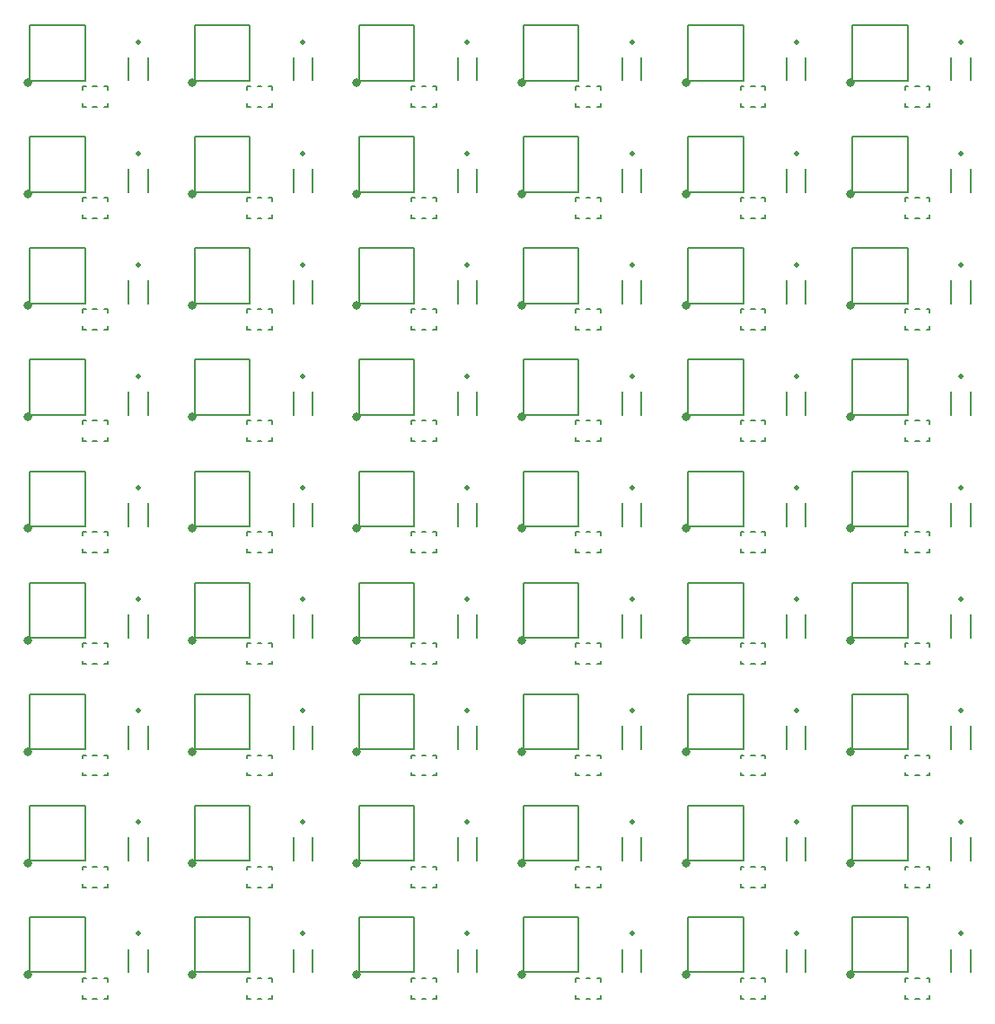
<source format=gto>
G75*
%MOIN*%
%OFA0B0*%
%FSLAX25Y25*%
%IPPOS*%
%LPD*%
%AMOC8*
5,1,8,0,0,1.08239X$1,22.5*
%
%ADD10C,0.00800*%
%ADD11C,0.03150*%
%ADD12C,0.02000*%
D10*
X0041689Y0044102D02*
X0041689Y0064587D01*
X0062174Y0064587D01*
X0062174Y0044102D01*
X0041689Y0044102D01*
X0061152Y0042018D02*
X0061152Y0040758D01*
X0061152Y0042018D02*
X0062411Y0042018D01*
X0065010Y0042018D02*
X0066506Y0042018D01*
X0069104Y0042018D02*
X0070364Y0042018D01*
X0070364Y0040758D01*
X0070364Y0035640D02*
X0070364Y0034380D01*
X0069104Y0034380D01*
X0066506Y0034380D02*
X0065010Y0034380D01*
X0062411Y0034380D02*
X0061152Y0034380D01*
X0061152Y0035640D01*
X0078350Y0044136D02*
X0078350Y0052734D01*
X0085449Y0052734D02*
X0085449Y0044136D01*
X0102744Y0044102D02*
X0102744Y0064587D01*
X0123229Y0064587D01*
X0123229Y0044102D01*
X0102744Y0044102D01*
X0122207Y0042018D02*
X0122207Y0040758D01*
X0122207Y0042018D02*
X0123467Y0042018D01*
X0126065Y0042018D02*
X0127561Y0042018D01*
X0130159Y0042018D02*
X0131419Y0042018D01*
X0131419Y0040758D01*
X0131419Y0035640D02*
X0131419Y0034380D01*
X0130159Y0034380D01*
X0127561Y0034380D02*
X0126065Y0034380D01*
X0123467Y0034380D02*
X0122207Y0034380D01*
X0122207Y0035640D01*
X0139405Y0044136D02*
X0139405Y0052734D01*
X0146504Y0052734D02*
X0146504Y0044136D01*
X0163799Y0044102D02*
X0163799Y0064587D01*
X0184284Y0064587D01*
X0184284Y0044102D01*
X0163799Y0044102D01*
X0183262Y0042018D02*
X0183262Y0040758D01*
X0183262Y0042018D02*
X0184522Y0042018D01*
X0187120Y0042018D02*
X0188616Y0042018D01*
X0191215Y0042018D02*
X0192474Y0042018D01*
X0192474Y0040758D01*
X0192474Y0035640D02*
X0192474Y0034380D01*
X0191215Y0034380D01*
X0188616Y0034380D02*
X0187120Y0034380D01*
X0184522Y0034380D02*
X0183262Y0034380D01*
X0183262Y0035640D01*
X0200460Y0044136D02*
X0200460Y0052734D01*
X0207559Y0052734D02*
X0207559Y0044136D01*
X0224854Y0044102D02*
X0224854Y0064587D01*
X0245339Y0064587D01*
X0245339Y0044102D01*
X0224854Y0044102D01*
X0244317Y0042018D02*
X0244317Y0040758D01*
X0244317Y0042018D02*
X0245577Y0042018D01*
X0248175Y0042018D02*
X0249671Y0042018D01*
X0252270Y0042018D02*
X0253530Y0042018D01*
X0253530Y0040758D01*
X0253530Y0035640D02*
X0253530Y0034380D01*
X0252270Y0034380D01*
X0249671Y0034380D02*
X0248175Y0034380D01*
X0245577Y0034380D02*
X0244317Y0034380D01*
X0244317Y0035640D01*
X0261515Y0044136D02*
X0261515Y0052734D01*
X0268615Y0052734D02*
X0268615Y0044136D01*
X0285909Y0044102D02*
X0285909Y0064587D01*
X0306394Y0064587D01*
X0306394Y0044102D01*
X0285909Y0044102D01*
X0305372Y0042018D02*
X0305372Y0040758D01*
X0305372Y0042018D02*
X0306632Y0042018D01*
X0309230Y0042018D02*
X0310726Y0042018D01*
X0313325Y0042018D02*
X0314585Y0042018D01*
X0314585Y0040758D01*
X0314585Y0035640D02*
X0314585Y0034380D01*
X0313325Y0034380D01*
X0310726Y0034380D02*
X0309230Y0034380D01*
X0306632Y0034380D02*
X0305372Y0034380D01*
X0305372Y0035640D01*
X0322570Y0044136D02*
X0322570Y0052734D01*
X0329670Y0052734D02*
X0329670Y0044136D01*
X0346964Y0044102D02*
X0346964Y0064587D01*
X0367449Y0064587D01*
X0367449Y0044102D01*
X0346964Y0044102D01*
X0366427Y0042018D02*
X0366427Y0040758D01*
X0366427Y0042018D02*
X0367687Y0042018D01*
X0370285Y0042018D02*
X0371782Y0042018D01*
X0374380Y0042018D02*
X0375640Y0042018D01*
X0375640Y0040758D01*
X0375640Y0035640D02*
X0375640Y0034380D01*
X0374380Y0034380D01*
X0371782Y0034380D02*
X0370285Y0034380D01*
X0367687Y0034380D02*
X0366427Y0034380D01*
X0366427Y0035640D01*
X0383626Y0044136D02*
X0383626Y0052734D01*
X0390725Y0052734D02*
X0390725Y0044136D01*
X0375640Y0075750D02*
X0375640Y0077010D01*
X0375640Y0075750D02*
X0374380Y0075750D01*
X0371782Y0075750D02*
X0370285Y0075750D01*
X0367687Y0075750D02*
X0366427Y0075750D01*
X0366427Y0077010D01*
X0366427Y0082128D02*
X0366427Y0083388D01*
X0367687Y0083388D01*
X0367449Y0085472D02*
X0367449Y0105957D01*
X0346964Y0105957D01*
X0346964Y0085472D01*
X0367449Y0085472D01*
X0370285Y0083388D02*
X0371782Y0083388D01*
X0374380Y0083388D02*
X0375640Y0083388D01*
X0375640Y0082128D01*
X0383626Y0085506D02*
X0383626Y0094104D01*
X0390725Y0094104D02*
X0390725Y0085506D01*
X0375640Y0117120D02*
X0375640Y0118380D01*
X0375640Y0117120D02*
X0374380Y0117120D01*
X0371782Y0117120D02*
X0370285Y0117120D01*
X0367687Y0117120D02*
X0366427Y0117120D01*
X0366427Y0118380D01*
X0366427Y0123498D02*
X0366427Y0124758D01*
X0367687Y0124758D01*
X0367449Y0126842D02*
X0367449Y0147327D01*
X0346964Y0147327D01*
X0346964Y0126842D01*
X0367449Y0126842D01*
X0370285Y0124758D02*
X0371782Y0124758D01*
X0374380Y0124758D02*
X0375640Y0124758D01*
X0375640Y0123498D01*
X0383626Y0126876D02*
X0383626Y0135474D01*
X0390725Y0135474D02*
X0390725Y0126876D01*
X0375640Y0158490D02*
X0375640Y0159750D01*
X0375640Y0158490D02*
X0374380Y0158490D01*
X0371782Y0158490D02*
X0370285Y0158490D01*
X0367687Y0158490D02*
X0366427Y0158490D01*
X0366427Y0159750D01*
X0366427Y0164868D02*
X0366427Y0166128D01*
X0367687Y0166128D01*
X0367449Y0168212D02*
X0367449Y0188697D01*
X0346964Y0188697D01*
X0346964Y0168212D01*
X0367449Y0168212D01*
X0370285Y0166128D02*
X0371782Y0166128D01*
X0374380Y0166128D02*
X0375640Y0166128D01*
X0375640Y0164868D01*
X0383626Y0168246D02*
X0383626Y0176844D01*
X0390725Y0176844D02*
X0390725Y0168246D01*
X0375640Y0199860D02*
X0375640Y0201120D01*
X0375640Y0199860D02*
X0374380Y0199860D01*
X0371782Y0199860D02*
X0370285Y0199860D01*
X0367687Y0199860D02*
X0366427Y0199860D01*
X0366427Y0201120D01*
X0366427Y0206238D02*
X0366427Y0207498D01*
X0367687Y0207498D01*
X0367449Y0209582D02*
X0367449Y0230067D01*
X0346964Y0230067D01*
X0346964Y0209582D01*
X0367449Y0209582D01*
X0370285Y0207498D02*
X0371782Y0207498D01*
X0374380Y0207498D02*
X0375640Y0207498D01*
X0375640Y0206238D01*
X0383626Y0209616D02*
X0383626Y0218215D01*
X0390725Y0218215D02*
X0390725Y0209616D01*
X0375640Y0241230D02*
X0375640Y0242490D01*
X0375640Y0241230D02*
X0374380Y0241230D01*
X0371782Y0241230D02*
X0370285Y0241230D01*
X0367687Y0241230D02*
X0366427Y0241230D01*
X0366427Y0242490D01*
X0366427Y0247608D02*
X0366427Y0248868D01*
X0367687Y0248868D01*
X0367449Y0250952D02*
X0367449Y0271437D01*
X0346964Y0271437D01*
X0346964Y0250952D01*
X0367449Y0250952D01*
X0370285Y0248868D02*
X0371782Y0248868D01*
X0374380Y0248868D02*
X0375640Y0248868D01*
X0375640Y0247608D01*
X0383626Y0250986D02*
X0383626Y0259585D01*
X0390725Y0259585D02*
X0390725Y0250986D01*
X0375640Y0282600D02*
X0375640Y0283860D01*
X0375640Y0282600D02*
X0374380Y0282600D01*
X0371782Y0282600D02*
X0370285Y0282600D01*
X0367687Y0282600D02*
X0366427Y0282600D01*
X0366427Y0283860D01*
X0366427Y0288978D02*
X0366427Y0290238D01*
X0367687Y0290238D01*
X0367449Y0292322D02*
X0367449Y0312808D01*
X0346964Y0312808D01*
X0346964Y0292322D01*
X0367449Y0292322D01*
X0370285Y0290238D02*
X0371782Y0290238D01*
X0374380Y0290238D02*
X0375640Y0290238D01*
X0375640Y0288978D01*
X0383626Y0292356D02*
X0383626Y0300955D01*
X0390725Y0300955D02*
X0390725Y0292356D01*
X0375640Y0323971D02*
X0375640Y0325230D01*
X0375640Y0323971D02*
X0374380Y0323971D01*
X0371782Y0323971D02*
X0370285Y0323971D01*
X0367687Y0323971D02*
X0366427Y0323971D01*
X0366427Y0325230D01*
X0366427Y0330348D02*
X0366427Y0331608D01*
X0367687Y0331608D01*
X0367449Y0333693D02*
X0367449Y0354178D01*
X0346964Y0354178D01*
X0346964Y0333693D01*
X0367449Y0333693D01*
X0370285Y0331608D02*
X0371782Y0331608D01*
X0374380Y0331608D02*
X0375640Y0331608D01*
X0375640Y0330348D01*
X0383626Y0333726D02*
X0383626Y0342325D01*
X0390725Y0342325D02*
X0390725Y0333726D01*
X0375640Y0365341D02*
X0375640Y0366600D01*
X0375640Y0365341D02*
X0374380Y0365341D01*
X0371782Y0365341D02*
X0370285Y0365341D01*
X0367687Y0365341D02*
X0366427Y0365341D01*
X0366427Y0366600D01*
X0366427Y0371718D02*
X0366427Y0372978D01*
X0367687Y0372978D01*
X0367449Y0375063D02*
X0367449Y0395548D01*
X0346964Y0395548D01*
X0346964Y0375063D01*
X0367449Y0375063D01*
X0370285Y0372978D02*
X0371782Y0372978D01*
X0374380Y0372978D02*
X0375640Y0372978D01*
X0375640Y0371718D01*
X0383626Y0375096D02*
X0383626Y0383695D01*
X0390725Y0383695D02*
X0390725Y0375096D01*
X0329670Y0375096D02*
X0329670Y0383695D01*
X0322570Y0383695D02*
X0322570Y0375096D01*
X0314585Y0372978D02*
X0313325Y0372978D01*
X0314585Y0372978D02*
X0314585Y0371718D01*
X0310726Y0372978D02*
X0309230Y0372978D01*
X0306632Y0372978D02*
X0305372Y0372978D01*
X0305372Y0371718D01*
X0306394Y0375063D02*
X0306394Y0395548D01*
X0285909Y0395548D01*
X0285909Y0375063D01*
X0306394Y0375063D01*
X0305372Y0366600D02*
X0305372Y0365341D01*
X0306632Y0365341D01*
X0309230Y0365341D02*
X0310726Y0365341D01*
X0313325Y0365341D02*
X0314585Y0365341D01*
X0314585Y0366600D01*
X0306394Y0354178D02*
X0306394Y0333693D01*
X0285909Y0333693D01*
X0285909Y0354178D01*
X0306394Y0354178D01*
X0322570Y0342325D02*
X0322570Y0333726D01*
X0329670Y0333726D02*
X0329670Y0342325D01*
X0314585Y0331608D02*
X0313325Y0331608D01*
X0314585Y0331608D02*
X0314585Y0330348D01*
X0310726Y0331608D02*
X0309230Y0331608D01*
X0306632Y0331608D02*
X0305372Y0331608D01*
X0305372Y0330348D01*
X0305372Y0325230D02*
X0305372Y0323971D01*
X0306632Y0323971D01*
X0309230Y0323971D02*
X0310726Y0323971D01*
X0313325Y0323971D02*
X0314585Y0323971D01*
X0314585Y0325230D01*
X0306394Y0312808D02*
X0306394Y0292322D01*
X0285909Y0292322D01*
X0285909Y0312808D01*
X0306394Y0312808D01*
X0322570Y0300955D02*
X0322570Y0292356D01*
X0329670Y0292356D02*
X0329670Y0300955D01*
X0314585Y0290238D02*
X0314585Y0288978D01*
X0314585Y0290238D02*
X0313325Y0290238D01*
X0310726Y0290238D02*
X0309230Y0290238D01*
X0306632Y0290238D02*
X0305372Y0290238D01*
X0305372Y0288978D01*
X0305372Y0283860D02*
X0305372Y0282600D01*
X0306632Y0282600D01*
X0309230Y0282600D02*
X0310726Y0282600D01*
X0313325Y0282600D02*
X0314585Y0282600D01*
X0314585Y0283860D01*
X0306394Y0271437D02*
X0306394Y0250952D01*
X0285909Y0250952D01*
X0285909Y0271437D01*
X0306394Y0271437D01*
X0322570Y0259585D02*
X0322570Y0250986D01*
X0329670Y0250986D02*
X0329670Y0259585D01*
X0314585Y0248868D02*
X0314585Y0247608D01*
X0314585Y0248868D02*
X0313325Y0248868D01*
X0310726Y0248868D02*
X0309230Y0248868D01*
X0306632Y0248868D02*
X0305372Y0248868D01*
X0305372Y0247608D01*
X0305372Y0242490D02*
X0305372Y0241230D01*
X0306632Y0241230D01*
X0309230Y0241230D02*
X0310726Y0241230D01*
X0313325Y0241230D02*
X0314585Y0241230D01*
X0314585Y0242490D01*
X0306394Y0230067D02*
X0306394Y0209582D01*
X0285909Y0209582D01*
X0285909Y0230067D01*
X0306394Y0230067D01*
X0322570Y0218215D02*
X0322570Y0209616D01*
X0329670Y0209616D02*
X0329670Y0218215D01*
X0314585Y0207498D02*
X0313325Y0207498D01*
X0314585Y0207498D02*
X0314585Y0206238D01*
X0310726Y0207498D02*
X0309230Y0207498D01*
X0306632Y0207498D02*
X0305372Y0207498D01*
X0305372Y0206238D01*
X0305372Y0201120D02*
X0305372Y0199860D01*
X0306632Y0199860D01*
X0309230Y0199860D02*
X0310726Y0199860D01*
X0313325Y0199860D02*
X0314585Y0199860D01*
X0314585Y0201120D01*
X0306394Y0188697D02*
X0306394Y0168212D01*
X0285909Y0168212D01*
X0285909Y0188697D01*
X0306394Y0188697D01*
X0322570Y0176844D02*
X0322570Y0168246D01*
X0329670Y0168246D02*
X0329670Y0176844D01*
X0314585Y0166128D02*
X0313325Y0166128D01*
X0314585Y0166128D02*
X0314585Y0164868D01*
X0310726Y0166128D02*
X0309230Y0166128D01*
X0306632Y0166128D02*
X0305372Y0166128D01*
X0305372Y0164868D01*
X0305372Y0159750D02*
X0305372Y0158490D01*
X0306632Y0158490D01*
X0309230Y0158490D02*
X0310726Y0158490D01*
X0313325Y0158490D02*
X0314585Y0158490D01*
X0314585Y0159750D01*
X0306394Y0147327D02*
X0306394Y0126842D01*
X0285909Y0126842D01*
X0285909Y0147327D01*
X0306394Y0147327D01*
X0322570Y0135474D02*
X0322570Y0126876D01*
X0329670Y0126876D02*
X0329670Y0135474D01*
X0314585Y0124758D02*
X0313325Y0124758D01*
X0314585Y0124758D02*
X0314585Y0123498D01*
X0310726Y0124758D02*
X0309230Y0124758D01*
X0306632Y0124758D02*
X0305372Y0124758D01*
X0305372Y0123498D01*
X0305372Y0118380D02*
X0305372Y0117120D01*
X0306632Y0117120D01*
X0309230Y0117120D02*
X0310726Y0117120D01*
X0313325Y0117120D02*
X0314585Y0117120D01*
X0314585Y0118380D01*
X0306394Y0105957D02*
X0306394Y0085472D01*
X0285909Y0085472D01*
X0285909Y0105957D01*
X0306394Y0105957D01*
X0322570Y0094104D02*
X0322570Y0085506D01*
X0329670Y0085506D02*
X0329670Y0094104D01*
X0314585Y0083388D02*
X0313325Y0083388D01*
X0314585Y0083388D02*
X0314585Y0082128D01*
X0310726Y0083388D02*
X0309230Y0083388D01*
X0306632Y0083388D02*
X0305372Y0083388D01*
X0305372Y0082128D01*
X0305372Y0077010D02*
X0305372Y0075750D01*
X0306632Y0075750D01*
X0309230Y0075750D02*
X0310726Y0075750D01*
X0313325Y0075750D02*
X0314585Y0075750D01*
X0314585Y0077010D01*
X0268615Y0085506D02*
X0268615Y0094104D01*
X0261515Y0094104D02*
X0261515Y0085506D01*
X0253530Y0083388D02*
X0252270Y0083388D01*
X0253530Y0083388D02*
X0253530Y0082128D01*
X0249671Y0083388D02*
X0248175Y0083388D01*
X0245577Y0083388D02*
X0244317Y0083388D01*
X0244317Y0082128D01*
X0245339Y0085472D02*
X0245339Y0105957D01*
X0224854Y0105957D01*
X0224854Y0085472D01*
X0245339Y0085472D01*
X0244317Y0077010D02*
X0244317Y0075750D01*
X0245577Y0075750D01*
X0248175Y0075750D02*
X0249671Y0075750D01*
X0252270Y0075750D02*
X0253530Y0075750D01*
X0253530Y0077010D01*
X0253530Y0117120D02*
X0252270Y0117120D01*
X0253530Y0117120D02*
X0253530Y0118380D01*
X0249671Y0117120D02*
X0248175Y0117120D01*
X0245577Y0117120D02*
X0244317Y0117120D01*
X0244317Y0118380D01*
X0244317Y0123498D02*
X0244317Y0124758D01*
X0245577Y0124758D01*
X0245339Y0126842D02*
X0245339Y0147327D01*
X0224854Y0147327D01*
X0224854Y0126842D01*
X0245339Y0126842D01*
X0248175Y0124758D02*
X0249671Y0124758D01*
X0252270Y0124758D02*
X0253530Y0124758D01*
X0253530Y0123498D01*
X0261515Y0126876D02*
X0261515Y0135474D01*
X0268615Y0135474D02*
X0268615Y0126876D01*
X0253530Y0158490D02*
X0252270Y0158490D01*
X0253530Y0158490D02*
X0253530Y0159750D01*
X0249671Y0158490D02*
X0248175Y0158490D01*
X0245577Y0158490D02*
X0244317Y0158490D01*
X0244317Y0159750D01*
X0244317Y0164868D02*
X0244317Y0166128D01*
X0245577Y0166128D01*
X0245339Y0168212D02*
X0245339Y0188697D01*
X0224854Y0188697D01*
X0224854Y0168212D01*
X0245339Y0168212D01*
X0248175Y0166128D02*
X0249671Y0166128D01*
X0252270Y0166128D02*
X0253530Y0166128D01*
X0253530Y0164868D01*
X0261515Y0168246D02*
X0261515Y0176844D01*
X0268615Y0176844D02*
X0268615Y0168246D01*
X0253530Y0199860D02*
X0252270Y0199860D01*
X0253530Y0199860D02*
X0253530Y0201120D01*
X0249671Y0199860D02*
X0248175Y0199860D01*
X0245577Y0199860D02*
X0244317Y0199860D01*
X0244317Y0201120D01*
X0244317Y0206238D02*
X0244317Y0207498D01*
X0245577Y0207498D01*
X0245339Y0209582D02*
X0245339Y0230067D01*
X0224854Y0230067D01*
X0224854Y0209582D01*
X0245339Y0209582D01*
X0248175Y0207498D02*
X0249671Y0207498D01*
X0252270Y0207498D02*
X0253530Y0207498D01*
X0253530Y0206238D01*
X0261515Y0209616D02*
X0261515Y0218215D01*
X0268615Y0218215D02*
X0268615Y0209616D01*
X0253530Y0241230D02*
X0252270Y0241230D01*
X0253530Y0241230D02*
X0253530Y0242490D01*
X0249671Y0241230D02*
X0248175Y0241230D01*
X0245577Y0241230D02*
X0244317Y0241230D01*
X0244317Y0242490D01*
X0244317Y0247608D02*
X0244317Y0248868D01*
X0245577Y0248868D01*
X0245339Y0250952D02*
X0245339Y0271437D01*
X0224854Y0271437D01*
X0224854Y0250952D01*
X0245339Y0250952D01*
X0248175Y0248868D02*
X0249671Y0248868D01*
X0252270Y0248868D02*
X0253530Y0248868D01*
X0253530Y0247608D01*
X0261515Y0250986D02*
X0261515Y0259585D01*
X0268615Y0259585D02*
X0268615Y0250986D01*
X0253530Y0282600D02*
X0252270Y0282600D01*
X0253530Y0282600D02*
X0253530Y0283860D01*
X0249671Y0282600D02*
X0248175Y0282600D01*
X0245577Y0282600D02*
X0244317Y0282600D01*
X0244317Y0283860D01*
X0244317Y0288978D02*
X0244317Y0290238D01*
X0245577Y0290238D01*
X0245339Y0292322D02*
X0245339Y0312808D01*
X0224854Y0312808D01*
X0224854Y0292322D01*
X0245339Y0292322D01*
X0248175Y0290238D02*
X0249671Y0290238D01*
X0252270Y0290238D02*
X0253530Y0290238D01*
X0253530Y0288978D01*
X0261515Y0292356D02*
X0261515Y0300955D01*
X0268615Y0300955D02*
X0268615Y0292356D01*
X0253530Y0323971D02*
X0252270Y0323971D01*
X0253530Y0323971D02*
X0253530Y0325230D01*
X0249671Y0323971D02*
X0248175Y0323971D01*
X0245577Y0323971D02*
X0244317Y0323971D01*
X0244317Y0325230D01*
X0244317Y0330348D02*
X0244317Y0331608D01*
X0245577Y0331608D01*
X0245339Y0333693D02*
X0245339Y0354178D01*
X0224854Y0354178D01*
X0224854Y0333693D01*
X0245339Y0333693D01*
X0248175Y0331608D02*
X0249671Y0331608D01*
X0252270Y0331608D02*
X0253530Y0331608D01*
X0253530Y0330348D01*
X0261515Y0333726D02*
X0261515Y0342325D01*
X0268615Y0342325D02*
X0268615Y0333726D01*
X0253530Y0365341D02*
X0252270Y0365341D01*
X0253530Y0365341D02*
X0253530Y0366600D01*
X0249671Y0365341D02*
X0248175Y0365341D01*
X0245577Y0365341D02*
X0244317Y0365341D01*
X0244317Y0366600D01*
X0244317Y0371718D02*
X0244317Y0372978D01*
X0245577Y0372978D01*
X0245339Y0375063D02*
X0245339Y0395548D01*
X0224854Y0395548D01*
X0224854Y0375063D01*
X0245339Y0375063D01*
X0248175Y0372978D02*
X0249671Y0372978D01*
X0252270Y0372978D02*
X0253530Y0372978D01*
X0253530Y0371718D01*
X0261515Y0375096D02*
X0261515Y0383695D01*
X0268615Y0383695D02*
X0268615Y0375096D01*
X0207559Y0375096D02*
X0207559Y0383695D01*
X0200460Y0383695D02*
X0200460Y0375096D01*
X0192474Y0372978D02*
X0191215Y0372978D01*
X0192474Y0372978D02*
X0192474Y0371718D01*
X0188616Y0372978D02*
X0187120Y0372978D01*
X0184522Y0372978D02*
X0183262Y0372978D01*
X0183262Y0371718D01*
X0184284Y0375063D02*
X0184284Y0395548D01*
X0163799Y0395548D01*
X0163799Y0375063D01*
X0184284Y0375063D01*
X0183262Y0366600D02*
X0183262Y0365341D01*
X0184522Y0365341D01*
X0187120Y0365341D02*
X0188616Y0365341D01*
X0191215Y0365341D02*
X0192474Y0365341D01*
X0192474Y0366600D01*
X0184284Y0354178D02*
X0184284Y0333693D01*
X0163799Y0333693D01*
X0163799Y0354178D01*
X0184284Y0354178D01*
X0200460Y0342325D02*
X0200460Y0333726D01*
X0207559Y0333726D02*
X0207559Y0342325D01*
X0192474Y0331608D02*
X0191215Y0331608D01*
X0192474Y0331608D02*
X0192474Y0330348D01*
X0188616Y0331608D02*
X0187120Y0331608D01*
X0184522Y0331608D02*
X0183262Y0331608D01*
X0183262Y0330348D01*
X0183262Y0325230D02*
X0183262Y0323971D01*
X0184522Y0323971D01*
X0187120Y0323971D02*
X0188616Y0323971D01*
X0191215Y0323971D02*
X0192474Y0323971D01*
X0192474Y0325230D01*
X0184284Y0312808D02*
X0184284Y0292322D01*
X0163799Y0292322D01*
X0163799Y0312808D01*
X0184284Y0312808D01*
X0200460Y0300955D02*
X0200460Y0292356D01*
X0207559Y0292356D02*
X0207559Y0300955D01*
X0192474Y0290238D02*
X0192474Y0288978D01*
X0192474Y0290238D02*
X0191215Y0290238D01*
X0188616Y0290238D02*
X0187120Y0290238D01*
X0184522Y0290238D02*
X0183262Y0290238D01*
X0183262Y0288978D01*
X0183262Y0283860D02*
X0183262Y0282600D01*
X0184522Y0282600D01*
X0187120Y0282600D02*
X0188616Y0282600D01*
X0191215Y0282600D02*
X0192474Y0282600D01*
X0192474Y0283860D01*
X0184284Y0271437D02*
X0184284Y0250952D01*
X0163799Y0250952D01*
X0163799Y0271437D01*
X0184284Y0271437D01*
X0200460Y0259585D02*
X0200460Y0250986D01*
X0207559Y0250986D02*
X0207559Y0259585D01*
X0192474Y0248868D02*
X0192474Y0247608D01*
X0192474Y0248868D02*
X0191215Y0248868D01*
X0188616Y0248868D02*
X0187120Y0248868D01*
X0184522Y0248868D02*
X0183262Y0248868D01*
X0183262Y0247608D01*
X0183262Y0242490D02*
X0183262Y0241230D01*
X0184522Y0241230D01*
X0187120Y0241230D02*
X0188616Y0241230D01*
X0191215Y0241230D02*
X0192474Y0241230D01*
X0192474Y0242490D01*
X0184284Y0230067D02*
X0184284Y0209582D01*
X0163799Y0209582D01*
X0163799Y0230067D01*
X0184284Y0230067D01*
X0200460Y0218215D02*
X0200460Y0209616D01*
X0207559Y0209616D02*
X0207559Y0218215D01*
X0192474Y0207498D02*
X0191215Y0207498D01*
X0192474Y0207498D02*
X0192474Y0206238D01*
X0188616Y0207498D02*
X0187120Y0207498D01*
X0184522Y0207498D02*
X0183262Y0207498D01*
X0183262Y0206238D01*
X0183262Y0201120D02*
X0183262Y0199860D01*
X0184522Y0199860D01*
X0187120Y0199860D02*
X0188616Y0199860D01*
X0191215Y0199860D02*
X0192474Y0199860D01*
X0192474Y0201120D01*
X0184284Y0188697D02*
X0184284Y0168212D01*
X0163799Y0168212D01*
X0163799Y0188697D01*
X0184284Y0188697D01*
X0200460Y0176844D02*
X0200460Y0168246D01*
X0207559Y0168246D02*
X0207559Y0176844D01*
X0192474Y0166128D02*
X0191215Y0166128D01*
X0192474Y0166128D02*
X0192474Y0164868D01*
X0188616Y0166128D02*
X0187120Y0166128D01*
X0184522Y0166128D02*
X0183262Y0166128D01*
X0183262Y0164868D01*
X0183262Y0159750D02*
X0183262Y0158490D01*
X0184522Y0158490D01*
X0187120Y0158490D02*
X0188616Y0158490D01*
X0191215Y0158490D02*
X0192474Y0158490D01*
X0192474Y0159750D01*
X0184284Y0147327D02*
X0184284Y0126842D01*
X0163799Y0126842D01*
X0163799Y0147327D01*
X0184284Y0147327D01*
X0200460Y0135474D02*
X0200460Y0126876D01*
X0207559Y0126876D02*
X0207559Y0135474D01*
X0192474Y0124758D02*
X0191215Y0124758D01*
X0192474Y0124758D02*
X0192474Y0123498D01*
X0188616Y0124758D02*
X0187120Y0124758D01*
X0184522Y0124758D02*
X0183262Y0124758D01*
X0183262Y0123498D01*
X0183262Y0118380D02*
X0183262Y0117120D01*
X0184522Y0117120D01*
X0187120Y0117120D02*
X0188616Y0117120D01*
X0191215Y0117120D02*
X0192474Y0117120D01*
X0192474Y0118380D01*
X0184284Y0105957D02*
X0184284Y0085472D01*
X0163799Y0085472D01*
X0163799Y0105957D01*
X0184284Y0105957D01*
X0200460Y0094104D02*
X0200460Y0085506D01*
X0207559Y0085506D02*
X0207559Y0094104D01*
X0192474Y0083388D02*
X0191215Y0083388D01*
X0192474Y0083388D02*
X0192474Y0082128D01*
X0188616Y0083388D02*
X0187120Y0083388D01*
X0184522Y0083388D02*
X0183262Y0083388D01*
X0183262Y0082128D01*
X0183262Y0077010D02*
X0183262Y0075750D01*
X0184522Y0075750D01*
X0187120Y0075750D02*
X0188616Y0075750D01*
X0191215Y0075750D02*
X0192474Y0075750D01*
X0192474Y0077010D01*
X0146504Y0085506D02*
X0146504Y0094104D01*
X0139405Y0094104D02*
X0139405Y0085506D01*
X0131419Y0083388D02*
X0130159Y0083388D01*
X0131419Y0083388D02*
X0131419Y0082128D01*
X0127561Y0083388D02*
X0126065Y0083388D01*
X0123467Y0083388D02*
X0122207Y0083388D01*
X0122207Y0082128D01*
X0123229Y0085472D02*
X0123229Y0105957D01*
X0102744Y0105957D01*
X0102744Y0085472D01*
X0123229Y0085472D01*
X0122207Y0077010D02*
X0122207Y0075750D01*
X0123467Y0075750D01*
X0126065Y0075750D02*
X0127561Y0075750D01*
X0130159Y0075750D02*
X0131419Y0075750D01*
X0131419Y0077010D01*
X0131419Y0117120D02*
X0131419Y0118380D01*
X0131419Y0117120D02*
X0130159Y0117120D01*
X0127561Y0117120D02*
X0126065Y0117120D01*
X0123467Y0117120D02*
X0122207Y0117120D01*
X0122207Y0118380D01*
X0122207Y0123498D02*
X0122207Y0124758D01*
X0123467Y0124758D01*
X0123229Y0126842D02*
X0123229Y0147327D01*
X0102744Y0147327D01*
X0102744Y0126842D01*
X0123229Y0126842D01*
X0126065Y0124758D02*
X0127561Y0124758D01*
X0130159Y0124758D02*
X0131419Y0124758D01*
X0131419Y0123498D01*
X0139405Y0126876D02*
X0139405Y0135474D01*
X0146504Y0135474D02*
X0146504Y0126876D01*
X0131419Y0158490D02*
X0131419Y0159750D01*
X0131419Y0158490D02*
X0130159Y0158490D01*
X0127561Y0158490D02*
X0126065Y0158490D01*
X0123467Y0158490D02*
X0122207Y0158490D01*
X0122207Y0159750D01*
X0122207Y0164868D02*
X0122207Y0166128D01*
X0123467Y0166128D01*
X0123229Y0168212D02*
X0123229Y0188697D01*
X0102744Y0188697D01*
X0102744Y0168212D01*
X0123229Y0168212D01*
X0126065Y0166128D02*
X0127561Y0166128D01*
X0130159Y0166128D02*
X0131419Y0166128D01*
X0131419Y0164868D01*
X0139405Y0168246D02*
X0139405Y0176844D01*
X0146504Y0176844D02*
X0146504Y0168246D01*
X0131419Y0199860D02*
X0131419Y0201120D01*
X0131419Y0199860D02*
X0130159Y0199860D01*
X0127561Y0199860D02*
X0126065Y0199860D01*
X0123467Y0199860D02*
X0122207Y0199860D01*
X0122207Y0201120D01*
X0122207Y0206238D02*
X0122207Y0207498D01*
X0123467Y0207498D01*
X0123229Y0209582D02*
X0123229Y0230067D01*
X0102744Y0230067D01*
X0102744Y0209582D01*
X0123229Y0209582D01*
X0126065Y0207498D02*
X0127561Y0207498D01*
X0130159Y0207498D02*
X0131419Y0207498D01*
X0131419Y0206238D01*
X0139405Y0209616D02*
X0139405Y0218215D01*
X0146504Y0218215D02*
X0146504Y0209616D01*
X0131419Y0241230D02*
X0131419Y0242490D01*
X0131419Y0241230D02*
X0130159Y0241230D01*
X0127561Y0241230D02*
X0126065Y0241230D01*
X0123467Y0241230D02*
X0122207Y0241230D01*
X0122207Y0242490D01*
X0122207Y0247608D02*
X0122207Y0248868D01*
X0123467Y0248868D01*
X0123229Y0250952D02*
X0123229Y0271437D01*
X0102744Y0271437D01*
X0102744Y0250952D01*
X0123229Y0250952D01*
X0126065Y0248868D02*
X0127561Y0248868D01*
X0130159Y0248868D02*
X0131419Y0248868D01*
X0131419Y0247608D01*
X0139405Y0250986D02*
X0139405Y0259585D01*
X0146504Y0259585D02*
X0146504Y0250986D01*
X0131419Y0282600D02*
X0131419Y0283860D01*
X0131419Y0282600D02*
X0130159Y0282600D01*
X0127561Y0282600D02*
X0126065Y0282600D01*
X0123467Y0282600D02*
X0122207Y0282600D01*
X0122207Y0283860D01*
X0122207Y0288978D02*
X0122207Y0290238D01*
X0123467Y0290238D01*
X0123229Y0292322D02*
X0123229Y0312808D01*
X0102744Y0312808D01*
X0102744Y0292322D01*
X0123229Y0292322D01*
X0126065Y0290238D02*
X0127561Y0290238D01*
X0130159Y0290238D02*
X0131419Y0290238D01*
X0131419Y0288978D01*
X0139405Y0292356D02*
X0139405Y0300955D01*
X0146504Y0300955D02*
X0146504Y0292356D01*
X0131419Y0323971D02*
X0131419Y0325230D01*
X0131419Y0323971D02*
X0130159Y0323971D01*
X0127561Y0323971D02*
X0126065Y0323971D01*
X0123467Y0323971D02*
X0122207Y0323971D01*
X0122207Y0325230D01*
X0122207Y0330348D02*
X0122207Y0331608D01*
X0123467Y0331608D01*
X0123229Y0333693D02*
X0123229Y0354178D01*
X0102744Y0354178D01*
X0102744Y0333693D01*
X0123229Y0333693D01*
X0126065Y0331608D02*
X0127561Y0331608D01*
X0130159Y0331608D02*
X0131419Y0331608D01*
X0131419Y0330348D01*
X0139405Y0333726D02*
X0139405Y0342325D01*
X0146504Y0342325D02*
X0146504Y0333726D01*
X0131419Y0365341D02*
X0131419Y0366600D01*
X0131419Y0365341D02*
X0130159Y0365341D01*
X0127561Y0365341D02*
X0126065Y0365341D01*
X0123467Y0365341D02*
X0122207Y0365341D01*
X0122207Y0366600D01*
X0122207Y0371718D02*
X0122207Y0372978D01*
X0123467Y0372978D01*
X0123229Y0375063D02*
X0123229Y0395548D01*
X0102744Y0395548D01*
X0102744Y0375063D01*
X0123229Y0375063D01*
X0126065Y0372978D02*
X0127561Y0372978D01*
X0130159Y0372978D02*
X0131419Y0372978D01*
X0131419Y0371718D01*
X0139405Y0375096D02*
X0139405Y0383695D01*
X0146504Y0383695D02*
X0146504Y0375096D01*
X0085449Y0375096D02*
X0085449Y0383695D01*
X0078350Y0383695D02*
X0078350Y0375096D01*
X0070364Y0372978D02*
X0069104Y0372978D01*
X0070364Y0372978D02*
X0070364Y0371718D01*
X0066506Y0372978D02*
X0065010Y0372978D01*
X0062411Y0372978D02*
X0061152Y0372978D01*
X0061152Y0371718D01*
X0062174Y0375063D02*
X0062174Y0395548D01*
X0041689Y0395548D01*
X0041689Y0375063D01*
X0062174Y0375063D01*
X0061152Y0366600D02*
X0061152Y0365341D01*
X0062411Y0365341D01*
X0065010Y0365341D02*
X0066506Y0365341D01*
X0069104Y0365341D02*
X0070364Y0365341D01*
X0070364Y0366600D01*
X0062174Y0354178D02*
X0062174Y0333693D01*
X0041689Y0333693D01*
X0041689Y0354178D01*
X0062174Y0354178D01*
X0078350Y0342325D02*
X0078350Y0333726D01*
X0070364Y0331608D02*
X0069104Y0331608D01*
X0070364Y0331608D02*
X0070364Y0330348D01*
X0066506Y0331608D02*
X0065010Y0331608D01*
X0062411Y0331608D02*
X0061152Y0331608D01*
X0061152Y0330348D01*
X0061152Y0325230D02*
X0061152Y0323971D01*
X0062411Y0323971D01*
X0065010Y0323971D02*
X0066506Y0323971D01*
X0069104Y0323971D02*
X0070364Y0323971D01*
X0070364Y0325230D01*
X0062174Y0312808D02*
X0062174Y0292322D01*
X0041689Y0292322D01*
X0041689Y0312808D01*
X0062174Y0312808D01*
X0078350Y0300955D02*
X0078350Y0292356D01*
X0070364Y0290238D02*
X0070364Y0288978D01*
X0070364Y0290238D02*
X0069104Y0290238D01*
X0066506Y0290238D02*
X0065010Y0290238D01*
X0062411Y0290238D02*
X0061152Y0290238D01*
X0061152Y0288978D01*
X0061152Y0283860D02*
X0061152Y0282600D01*
X0062411Y0282600D01*
X0065010Y0282600D02*
X0066506Y0282600D01*
X0069104Y0282600D02*
X0070364Y0282600D01*
X0070364Y0283860D01*
X0062174Y0271437D02*
X0062174Y0250952D01*
X0041689Y0250952D01*
X0041689Y0271437D01*
X0062174Y0271437D01*
X0078350Y0259585D02*
X0078350Y0250986D01*
X0070364Y0248868D02*
X0070364Y0247608D01*
X0070364Y0248868D02*
X0069104Y0248868D01*
X0066506Y0248868D02*
X0065010Y0248868D01*
X0062411Y0248868D02*
X0061152Y0248868D01*
X0061152Y0247608D01*
X0061152Y0242490D02*
X0061152Y0241230D01*
X0062411Y0241230D01*
X0065010Y0241230D02*
X0066506Y0241230D01*
X0069104Y0241230D02*
X0070364Y0241230D01*
X0070364Y0242490D01*
X0062174Y0230067D02*
X0062174Y0209582D01*
X0041689Y0209582D01*
X0041689Y0230067D01*
X0062174Y0230067D01*
X0078350Y0218215D02*
X0078350Y0209616D01*
X0070364Y0207498D02*
X0069104Y0207498D01*
X0070364Y0207498D02*
X0070364Y0206238D01*
X0066506Y0207498D02*
X0065010Y0207498D01*
X0062411Y0207498D02*
X0061152Y0207498D01*
X0061152Y0206238D01*
X0061152Y0201120D02*
X0061152Y0199860D01*
X0062411Y0199860D01*
X0065010Y0199860D02*
X0066506Y0199860D01*
X0069104Y0199860D02*
X0070364Y0199860D01*
X0070364Y0201120D01*
X0062174Y0188697D02*
X0062174Y0168212D01*
X0041689Y0168212D01*
X0041689Y0188697D01*
X0062174Y0188697D01*
X0078350Y0176844D02*
X0078350Y0168246D01*
X0070364Y0166128D02*
X0069104Y0166128D01*
X0070364Y0166128D02*
X0070364Y0164868D01*
X0066506Y0166128D02*
X0065010Y0166128D01*
X0062411Y0166128D02*
X0061152Y0166128D01*
X0061152Y0164868D01*
X0061152Y0159750D02*
X0061152Y0158490D01*
X0062411Y0158490D01*
X0065010Y0158490D02*
X0066506Y0158490D01*
X0069104Y0158490D02*
X0070364Y0158490D01*
X0070364Y0159750D01*
X0062174Y0147327D02*
X0062174Y0126842D01*
X0041689Y0126842D01*
X0041689Y0147327D01*
X0062174Y0147327D01*
X0078350Y0135474D02*
X0078350Y0126876D01*
X0070364Y0124758D02*
X0069104Y0124758D01*
X0070364Y0124758D02*
X0070364Y0123498D01*
X0066506Y0124758D02*
X0065010Y0124758D01*
X0062411Y0124758D02*
X0061152Y0124758D01*
X0061152Y0123498D01*
X0061152Y0118380D02*
X0061152Y0117120D01*
X0062411Y0117120D01*
X0065010Y0117120D02*
X0066506Y0117120D01*
X0069104Y0117120D02*
X0070364Y0117120D01*
X0070364Y0118380D01*
X0062174Y0105957D02*
X0062174Y0085472D01*
X0041689Y0085472D01*
X0041689Y0105957D01*
X0062174Y0105957D01*
X0078350Y0094104D02*
X0078350Y0085506D01*
X0070364Y0083388D02*
X0069104Y0083388D01*
X0070364Y0083388D02*
X0070364Y0082128D01*
X0066506Y0083388D02*
X0065010Y0083388D01*
X0062411Y0083388D02*
X0061152Y0083388D01*
X0061152Y0082128D01*
X0061152Y0077010D02*
X0061152Y0075750D01*
X0062411Y0075750D01*
X0065010Y0075750D02*
X0066506Y0075750D01*
X0069104Y0075750D02*
X0070364Y0075750D01*
X0070364Y0077010D01*
X0085449Y0085506D02*
X0085449Y0094104D01*
X0085449Y0126876D02*
X0085449Y0135474D01*
X0085449Y0168246D02*
X0085449Y0176844D01*
X0085449Y0209616D02*
X0085449Y0218215D01*
X0085449Y0250986D02*
X0085449Y0259585D01*
X0085449Y0292356D02*
X0085449Y0300955D01*
X0085449Y0333726D02*
X0085449Y0342325D01*
D11*
X0040901Y0043315D03*
X0040901Y0084685D03*
X0040901Y0126055D03*
X0040901Y0167425D03*
X0040901Y0208795D03*
X0040901Y0250165D03*
X0040901Y0291535D03*
X0040901Y0332905D03*
X0040901Y0374275D03*
X0101956Y0374275D03*
X0101956Y0332905D03*
X0101956Y0291535D03*
X0101956Y0250165D03*
X0101956Y0208795D03*
X0101956Y0167425D03*
X0101956Y0126055D03*
X0101956Y0084685D03*
X0101956Y0043315D03*
X0163011Y0043315D03*
X0163011Y0084685D03*
X0163011Y0126055D03*
X0163011Y0167425D03*
X0163011Y0208795D03*
X0163011Y0250165D03*
X0163011Y0291535D03*
X0163011Y0332905D03*
X0163011Y0374275D03*
X0224067Y0374275D03*
X0224067Y0332905D03*
X0224067Y0291535D03*
X0224067Y0250165D03*
X0224067Y0208795D03*
X0224067Y0167425D03*
X0224067Y0126055D03*
X0224067Y0084685D03*
X0224067Y0043315D03*
X0285122Y0043315D03*
X0285122Y0084685D03*
X0285122Y0126055D03*
X0285122Y0167425D03*
X0285122Y0208795D03*
X0285122Y0250165D03*
X0285122Y0291535D03*
X0285122Y0332905D03*
X0285122Y0374275D03*
X0346177Y0374275D03*
X0346177Y0332905D03*
X0346177Y0291535D03*
X0346177Y0250165D03*
X0346177Y0208795D03*
X0346177Y0167425D03*
X0346177Y0126055D03*
X0346177Y0084685D03*
X0346177Y0043315D03*
D12*
X0326120Y0058435D03*
X0326120Y0099805D03*
X0326120Y0141175D03*
X0326120Y0182545D03*
X0326120Y0223915D03*
X0326120Y0265285D03*
X0326120Y0306656D03*
X0326120Y0348026D03*
X0326120Y0389396D03*
X0265065Y0389396D03*
X0265065Y0348026D03*
X0265065Y0306656D03*
X0265065Y0265285D03*
X0265065Y0223915D03*
X0265065Y0182545D03*
X0265065Y0141175D03*
X0265065Y0099805D03*
X0265065Y0058435D03*
X0204010Y0058435D03*
X0204010Y0099805D03*
X0204010Y0141175D03*
X0204010Y0182545D03*
X0204010Y0223915D03*
X0204010Y0265285D03*
X0204010Y0306656D03*
X0204010Y0348026D03*
X0204010Y0389396D03*
X0142955Y0389396D03*
X0142955Y0348026D03*
X0142955Y0306656D03*
X0142955Y0265285D03*
X0142955Y0223915D03*
X0142955Y0182545D03*
X0142955Y0141175D03*
X0142955Y0099805D03*
X0142955Y0058435D03*
X0081900Y0058435D03*
X0081900Y0099805D03*
X0081900Y0141175D03*
X0081900Y0182545D03*
X0081900Y0223915D03*
X0081900Y0265285D03*
X0081900Y0306656D03*
X0081900Y0348026D03*
X0081900Y0389396D03*
X0387175Y0389396D03*
X0387175Y0348026D03*
X0387175Y0306656D03*
X0387175Y0265285D03*
X0387175Y0223915D03*
X0387175Y0182545D03*
X0387175Y0141175D03*
X0387175Y0099805D03*
X0387175Y0058435D03*
M02*

</source>
